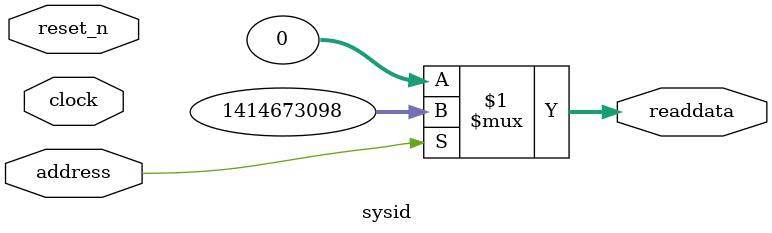
<source format=v>

`timescale 1ns / 1ps
// synthesis translate_on

// turn off superfluous verilog processor warnings 
// altera message_level Level1 
// altera message_off 10034 10035 10036 10037 10230 10240 10030 

module sysid (
               // inputs:
                address,
                clock,
                reset_n,

               // outputs:
                readdata
             )
;

  output  [ 31: 0] readdata;
  input            address;
  input            clock;
  input            reset_n;

  wire    [ 31: 0] readdata;
  //control_slave, which is an e_avalon_slave
  assign readdata = address ? 1414673098 : 0;

endmodule


</source>
